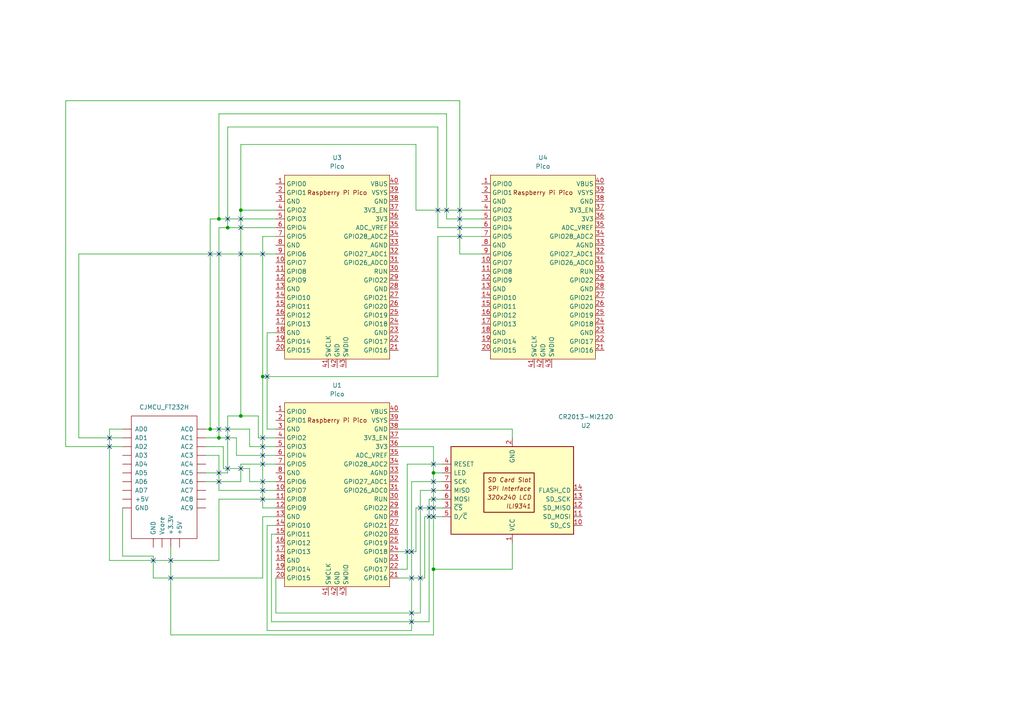
<source format=kicad_sch>
(kicad_sch
	(version 20250114)
	(generator "eeschema")
	(generator_version "9.0")
	(uuid "f7ed557f-11c0-4ac8-9b9e-ac2f413f8d79")
	(paper "A4")
	(lib_symbols
		(symbol "Driver_Display:CR2013-MI2120"
			(pin_names
				(offset 0.762)
			)
			(exclude_from_sim no)
			(in_bom yes)
			(on_board yes)
			(property "Reference" "U"
				(at -17.526 13.97 0)
				(effects
					(font
						(size 1.27 1.27)
					)
					(justify left)
				)
			)
			(property "Value" "CR2013-MI2120"
				(at 1.905 13.97 0)
				(effects
					(font
						(size 1.27 1.27)
					)
					(justify left)
				)
			)
			(property "Footprint" "Display:CR2013-MI2120"
				(at 0 -17.78 0)
				(effects
					(font
						(size 1.27 1.27)
					)
					(hide yes)
				)
			)
			(property "Datasheet" "http://pan.baidu.com/s/11Y990"
				(at -16.51 12.7 0)
				(effects
					(font
						(size 1.27 1.27)
					)
					(hide yes)
				)
			)
			(property "Description" "ILI9341 controller, SPI TFT LCD Display, 9-pin breakout PCB, 4-pin SD card interface, 5V/3.3V"
				(at 0 0 0)
				(effects
					(font
						(size 1.27 1.27)
					)
					(hide yes)
				)
			)
			(property "ki_keywords" "driver display"
				(at 0 0 0)
				(effects
					(font
						(size 1.27 1.27)
					)
					(hide yes)
				)
			)
			(property "ki_fp_filters" "*CR2013*MI2120*"
				(at 0 0 0)
				(effects
					(font
						(size 1.27 1.27)
					)
					(hide yes)
				)
			)
			(symbol "CR2013-MI2120_0_0"
				(text "ILI9341"
					(at -5.461 4.572 0)
					(effects
						(font
							(size 1.27 1.27)
							(italic yes)
						)
						(justify left)
					)
				)
				(text "SPI Interface"
					(at -5.461 -0.508 0)
					(effects
						(font
							(size 1.27 1.27)
							(italic yes)
						)
						(justify left)
					)
				)
				(text "SD Card Slot"
					(at -5.461 -3.048 0)
					(effects
						(font
							(size 1.27 1.27)
							(italic yes)
						)
						(justify left)
					)
				)
				(text "320x240 LCD"
					(at 0.889 2.032 0)
					(effects
						(font
							(size 1.27 1.27)
							(italic yes)
						)
					)
				)
			)
			(symbol "CR2013-MI2120_0_1"
				(rectangle
					(start -17.78 12.7)
					(end 17.78 -12.7)
					(stroke
						(width 0.254)
						(type default)
					)
					(fill
						(type background)
					)
				)
				(rectangle
					(start -6.35 6.35)
					(end 8.255 -5.08)
					(stroke
						(width 0.254)
						(type default)
					)
					(fill
						(type none)
					)
				)
			)
			(symbol "CR2013-MI2120_1_1"
				(pin input line
					(at -20.32 10.16 0)
					(length 2.54)
					(name "SD_CS"
						(effects
							(font
								(size 1.27 1.27)
							)
						)
					)
					(number "10"
						(effects
							(font
								(size 1.27 1.27)
							)
						)
					)
				)
				(pin input line
					(at -20.32 7.62 0)
					(length 2.54)
					(name "SD_MOSI"
						(effects
							(font
								(size 1.27 1.27)
							)
						)
					)
					(number "11"
						(effects
							(font
								(size 1.27 1.27)
							)
						)
					)
				)
				(pin output line
					(at -20.32 5.08 0)
					(length 2.54)
					(name "SD_MISO"
						(effects
							(font
								(size 1.27 1.27)
							)
						)
					)
					(number "12"
						(effects
							(font
								(size 1.27 1.27)
							)
						)
					)
				)
				(pin input line
					(at -20.32 2.54 0)
					(length 2.54)
					(name "SD_SCK"
						(effects
							(font
								(size 1.27 1.27)
							)
						)
					)
					(number "13"
						(effects
							(font
								(size 1.27 1.27)
							)
						)
					)
				)
				(pin input line
					(at -20.32 0 0)
					(length 2.54)
					(name "FLASH_CD"
						(effects
							(font
								(size 1.27 1.27)
							)
						)
					)
					(number "14"
						(effects
							(font
								(size 1.27 1.27)
							)
						)
					)
				)
				(pin power_in line
					(at 0 15.24 270)
					(length 2.54)
					(name "VCC"
						(effects
							(font
								(size 1.27 1.27)
							)
						)
					)
					(number "1"
						(effects
							(font
								(size 1.27 1.27)
							)
						)
					)
				)
				(pin power_in line
					(at 0 -15.24 90)
					(length 2.54)
					(name "GND"
						(effects
							(font
								(size 1.27 1.27)
							)
						)
					)
					(number "2"
						(effects
							(font
								(size 1.27 1.27)
							)
						)
					)
				)
				(pin input line
					(at 20.32 7.62 180)
					(length 2.54)
					(name "D/~{C}"
						(effects
							(font
								(size 1.27 1.27)
							)
						)
					)
					(number "5"
						(effects
							(font
								(size 1.27 1.27)
							)
						)
					)
				)
				(pin input line
					(at 20.32 5.08 180)
					(length 2.54)
					(name "~{CS}"
						(effects
							(font
								(size 1.27 1.27)
							)
						)
					)
					(number "3"
						(effects
							(font
								(size 1.27 1.27)
							)
						)
					)
				)
				(pin input line
					(at 20.32 2.54 180)
					(length 2.54)
					(name "MOSI"
						(effects
							(font
								(size 1.27 1.27)
							)
						)
					)
					(number "6"
						(effects
							(font
								(size 1.27 1.27)
							)
						)
					)
				)
				(pin output line
					(at 20.32 0 180)
					(length 2.54)
					(name "MISO"
						(effects
							(font
								(size 1.27 1.27)
							)
						)
					)
					(number "9"
						(effects
							(font
								(size 1.27 1.27)
							)
						)
					)
				)
				(pin input line
					(at 20.32 -2.54 180)
					(length 2.54)
					(name "SCK"
						(effects
							(font
								(size 1.27 1.27)
							)
						)
					)
					(number "7"
						(effects
							(font
								(size 1.27 1.27)
							)
						)
					)
				)
				(pin input line
					(at 20.32 -5.08 180)
					(length 2.54)
					(name "LED"
						(effects
							(font
								(size 1.27 1.27)
							)
						)
					)
					(number "8"
						(effects
							(font
								(size 1.27 1.27)
							)
						)
					)
				)
				(pin input line
					(at 20.32 -7.62 180)
					(length 2.54)
					(name "RESET"
						(effects
							(font
								(size 1.27 1.27)
							)
						)
					)
					(number "4"
						(effects
							(font
								(size 1.27 1.27)
							)
						)
					)
				)
			)
			(embedded_fonts no)
		)
		(symbol "MCU_RaspberryPi_and_Boards:Pico"
			(exclude_from_sim no)
			(in_bom yes)
			(on_board yes)
			(property "Reference" "U"
				(at -13.97 27.94 0)
				(effects
					(font
						(size 1.27 1.27)
					)
				)
			)
			(property "Value" "Pico"
				(at 0 19.05 0)
				(effects
					(font
						(size 1.27 1.27)
					)
				)
			)
			(property "Footprint" "RPi_Pico:RPi_Pico_SMD_TH"
				(at 0 0 90)
				(effects
					(font
						(size 1.27 1.27)
					)
					(hide yes)
				)
			)
			(property "Datasheet" ""
				(at 0 0 0)
				(effects
					(font
						(size 1.27 1.27)
					)
					(hide yes)
				)
			)
			(property "Description" ""
				(at 0 0 0)
				(effects
					(font
						(size 1.27 1.27)
					)
					(hide yes)
				)
			)
			(symbol "Pico_0_0"
				(text "Raspberry Pi Pico"
					(at 0 21.59 0)
					(effects
						(font
							(size 1.27 1.27)
						)
					)
				)
			)
			(symbol "Pico_0_1"
				(rectangle
					(start -15.24 26.67)
					(end 15.24 -26.67)
					(stroke
						(width 0)
						(type default)
					)
					(fill
						(type background)
					)
				)
			)
			(symbol "Pico_1_1"
				(pin bidirectional line
					(at -17.78 24.13 0)
					(length 2.54)
					(name "GPIO0"
						(effects
							(font
								(size 1.27 1.27)
							)
						)
					)
					(number "1"
						(effects
							(font
								(size 1.27 1.27)
							)
						)
					)
				)
				(pin bidirectional line
					(at -17.78 21.59 0)
					(length 2.54)
					(name "GPIO1"
						(effects
							(font
								(size 1.27 1.27)
							)
						)
					)
					(number "2"
						(effects
							(font
								(size 1.27 1.27)
							)
						)
					)
				)
				(pin power_in line
					(at -17.78 19.05 0)
					(length 2.54)
					(name "GND"
						(effects
							(font
								(size 1.27 1.27)
							)
						)
					)
					(number "3"
						(effects
							(font
								(size 1.27 1.27)
							)
						)
					)
				)
				(pin bidirectional line
					(at -17.78 16.51 0)
					(length 2.54)
					(name "GPIO2"
						(effects
							(font
								(size 1.27 1.27)
							)
						)
					)
					(number "4"
						(effects
							(font
								(size 1.27 1.27)
							)
						)
					)
				)
				(pin bidirectional line
					(at -17.78 13.97 0)
					(length 2.54)
					(name "GPIO3"
						(effects
							(font
								(size 1.27 1.27)
							)
						)
					)
					(number "5"
						(effects
							(font
								(size 1.27 1.27)
							)
						)
					)
				)
				(pin bidirectional line
					(at -17.78 11.43 0)
					(length 2.54)
					(name "GPIO4"
						(effects
							(font
								(size 1.27 1.27)
							)
						)
					)
					(number "6"
						(effects
							(font
								(size 1.27 1.27)
							)
						)
					)
				)
				(pin bidirectional line
					(at -17.78 8.89 0)
					(length 2.54)
					(name "GPIO5"
						(effects
							(font
								(size 1.27 1.27)
							)
						)
					)
					(number "7"
						(effects
							(font
								(size 1.27 1.27)
							)
						)
					)
				)
				(pin power_in line
					(at -17.78 6.35 0)
					(length 2.54)
					(name "GND"
						(effects
							(font
								(size 1.27 1.27)
							)
						)
					)
					(number "8"
						(effects
							(font
								(size 1.27 1.27)
							)
						)
					)
				)
				(pin bidirectional line
					(at -17.78 3.81 0)
					(length 2.54)
					(name "GPIO6"
						(effects
							(font
								(size 1.27 1.27)
							)
						)
					)
					(number "9"
						(effects
							(font
								(size 1.27 1.27)
							)
						)
					)
				)
				(pin bidirectional line
					(at -17.78 1.27 0)
					(length 2.54)
					(name "GPIO7"
						(effects
							(font
								(size 1.27 1.27)
							)
						)
					)
					(number "10"
						(effects
							(font
								(size 1.27 1.27)
							)
						)
					)
				)
				(pin bidirectional line
					(at -17.78 -1.27 0)
					(length 2.54)
					(name "GPIO8"
						(effects
							(font
								(size 1.27 1.27)
							)
						)
					)
					(number "11"
						(effects
							(font
								(size 1.27 1.27)
							)
						)
					)
				)
				(pin bidirectional line
					(at -17.78 -3.81 0)
					(length 2.54)
					(name "GPIO9"
						(effects
							(font
								(size 1.27 1.27)
							)
						)
					)
					(number "12"
						(effects
							(font
								(size 1.27 1.27)
							)
						)
					)
				)
				(pin power_in line
					(at -17.78 -6.35 0)
					(length 2.54)
					(name "GND"
						(effects
							(font
								(size 1.27 1.27)
							)
						)
					)
					(number "13"
						(effects
							(font
								(size 1.27 1.27)
							)
						)
					)
				)
				(pin bidirectional line
					(at -17.78 -8.89 0)
					(length 2.54)
					(name "GPIO10"
						(effects
							(font
								(size 1.27 1.27)
							)
						)
					)
					(number "14"
						(effects
							(font
								(size 1.27 1.27)
							)
						)
					)
				)
				(pin bidirectional line
					(at -17.78 -11.43 0)
					(length 2.54)
					(name "GPIO11"
						(effects
							(font
								(size 1.27 1.27)
							)
						)
					)
					(number "15"
						(effects
							(font
								(size 1.27 1.27)
							)
						)
					)
				)
				(pin bidirectional line
					(at -17.78 -13.97 0)
					(length 2.54)
					(name "GPIO12"
						(effects
							(font
								(size 1.27 1.27)
							)
						)
					)
					(number "16"
						(effects
							(font
								(size 1.27 1.27)
							)
						)
					)
				)
				(pin bidirectional line
					(at -17.78 -16.51 0)
					(length 2.54)
					(name "GPIO13"
						(effects
							(font
								(size 1.27 1.27)
							)
						)
					)
					(number "17"
						(effects
							(font
								(size 1.27 1.27)
							)
						)
					)
				)
				(pin power_in line
					(at -17.78 -19.05 0)
					(length 2.54)
					(name "GND"
						(effects
							(font
								(size 1.27 1.27)
							)
						)
					)
					(number "18"
						(effects
							(font
								(size 1.27 1.27)
							)
						)
					)
				)
				(pin bidirectional line
					(at -17.78 -21.59 0)
					(length 2.54)
					(name "GPIO14"
						(effects
							(font
								(size 1.27 1.27)
							)
						)
					)
					(number "19"
						(effects
							(font
								(size 1.27 1.27)
							)
						)
					)
				)
				(pin bidirectional line
					(at -17.78 -24.13 0)
					(length 2.54)
					(name "GPIO15"
						(effects
							(font
								(size 1.27 1.27)
							)
						)
					)
					(number "20"
						(effects
							(font
								(size 1.27 1.27)
							)
						)
					)
				)
				(pin input line
					(at -2.54 -29.21 90)
					(length 2.54)
					(name "SWCLK"
						(effects
							(font
								(size 1.27 1.27)
							)
						)
					)
					(number "41"
						(effects
							(font
								(size 1.27 1.27)
							)
						)
					)
				)
				(pin power_in line
					(at 0 -29.21 90)
					(length 2.54)
					(name "GND"
						(effects
							(font
								(size 1.27 1.27)
							)
						)
					)
					(number "42"
						(effects
							(font
								(size 1.27 1.27)
							)
						)
					)
				)
				(pin bidirectional line
					(at 2.54 -29.21 90)
					(length 2.54)
					(name "SWDIO"
						(effects
							(font
								(size 1.27 1.27)
							)
						)
					)
					(number "43"
						(effects
							(font
								(size 1.27 1.27)
							)
						)
					)
				)
				(pin power_in line
					(at 17.78 24.13 180)
					(length 2.54)
					(name "VBUS"
						(effects
							(font
								(size 1.27 1.27)
							)
						)
					)
					(number "40"
						(effects
							(font
								(size 1.27 1.27)
							)
						)
					)
				)
				(pin power_in line
					(at 17.78 21.59 180)
					(length 2.54)
					(name "VSYS"
						(effects
							(font
								(size 1.27 1.27)
							)
						)
					)
					(number "39"
						(effects
							(font
								(size 1.27 1.27)
							)
						)
					)
				)
				(pin bidirectional line
					(at 17.78 19.05 180)
					(length 2.54)
					(name "GND"
						(effects
							(font
								(size 1.27 1.27)
							)
						)
					)
					(number "38"
						(effects
							(font
								(size 1.27 1.27)
							)
						)
					)
				)
				(pin input line
					(at 17.78 16.51 180)
					(length 2.54)
					(name "3V3_EN"
						(effects
							(font
								(size 1.27 1.27)
							)
						)
					)
					(number "37"
						(effects
							(font
								(size 1.27 1.27)
							)
						)
					)
				)
				(pin power_in line
					(at 17.78 13.97 180)
					(length 2.54)
					(name "3V3"
						(effects
							(font
								(size 1.27 1.27)
							)
						)
					)
					(number "36"
						(effects
							(font
								(size 1.27 1.27)
							)
						)
					)
				)
				(pin power_in line
					(at 17.78 11.43 180)
					(length 2.54)
					(name "ADC_VREF"
						(effects
							(font
								(size 1.27 1.27)
							)
						)
					)
					(number "35"
						(effects
							(font
								(size 1.27 1.27)
							)
						)
					)
				)
				(pin bidirectional line
					(at 17.78 8.89 180)
					(length 2.54)
					(name "GPIO28_ADC2"
						(effects
							(font
								(size 1.27 1.27)
							)
						)
					)
					(number "34"
						(effects
							(font
								(size 1.27 1.27)
							)
						)
					)
				)
				(pin power_in line
					(at 17.78 6.35 180)
					(length 2.54)
					(name "AGND"
						(effects
							(font
								(size 1.27 1.27)
							)
						)
					)
					(number "33"
						(effects
							(font
								(size 1.27 1.27)
							)
						)
					)
				)
				(pin bidirectional line
					(at 17.78 3.81 180)
					(length 2.54)
					(name "GPIO27_ADC1"
						(effects
							(font
								(size 1.27 1.27)
							)
						)
					)
					(number "32"
						(effects
							(font
								(size 1.27 1.27)
							)
						)
					)
				)
				(pin bidirectional line
					(at 17.78 1.27 180)
					(length 2.54)
					(name "GPIO26_ADC0"
						(effects
							(font
								(size 1.27 1.27)
							)
						)
					)
					(number "31"
						(effects
							(font
								(size 1.27 1.27)
							)
						)
					)
				)
				(pin input line
					(at 17.78 -1.27 180)
					(length 2.54)
					(name "RUN"
						(effects
							(font
								(size 1.27 1.27)
							)
						)
					)
					(number "30"
						(effects
							(font
								(size 1.27 1.27)
							)
						)
					)
				)
				(pin bidirectional line
					(at 17.78 -3.81 180)
					(length 2.54)
					(name "GPIO22"
						(effects
							(font
								(size 1.27 1.27)
							)
						)
					)
					(number "29"
						(effects
							(font
								(size 1.27 1.27)
							)
						)
					)
				)
				(pin power_in line
					(at 17.78 -6.35 180)
					(length 2.54)
					(name "GND"
						(effects
							(font
								(size 1.27 1.27)
							)
						)
					)
					(number "28"
						(effects
							(font
								(size 1.27 1.27)
							)
						)
					)
				)
				(pin bidirectional line
					(at 17.78 -8.89 180)
					(length 2.54)
					(name "GPIO21"
						(effects
							(font
								(size 1.27 1.27)
							)
						)
					)
					(number "27"
						(effects
							(font
								(size 1.27 1.27)
							)
						)
					)
				)
				(pin bidirectional line
					(at 17.78 -11.43 180)
					(length 2.54)
					(name "GPIO20"
						(effects
							(font
								(size 1.27 1.27)
							)
						)
					)
					(number "26"
						(effects
							(font
								(size 1.27 1.27)
							)
						)
					)
				)
				(pin bidirectional line
					(at 17.78 -13.97 180)
					(length 2.54)
					(name "GPIO19"
						(effects
							(font
								(size 1.27 1.27)
							)
						)
					)
					(number "25"
						(effects
							(font
								(size 1.27 1.27)
							)
						)
					)
				)
				(pin bidirectional line
					(at 17.78 -16.51 180)
					(length 2.54)
					(name "GPIO18"
						(effects
							(font
								(size 1.27 1.27)
							)
						)
					)
					(number "24"
						(effects
							(font
								(size 1.27 1.27)
							)
						)
					)
				)
				(pin power_in line
					(at 17.78 -19.05 180)
					(length 2.54)
					(name "GND"
						(effects
							(font
								(size 1.27 1.27)
							)
						)
					)
					(number "23"
						(effects
							(font
								(size 1.27 1.27)
							)
						)
					)
				)
				(pin bidirectional line
					(at 17.78 -21.59 180)
					(length 2.54)
					(name "GPIO17"
						(effects
							(font
								(size 1.27 1.27)
							)
						)
					)
					(number "22"
						(effects
							(font
								(size 1.27 1.27)
							)
						)
					)
				)
				(pin bidirectional line
					(at 17.78 -24.13 180)
					(length 2.54)
					(name "GPIO16"
						(effects
							(font
								(size 1.27 1.27)
							)
						)
					)
					(number "21"
						(effects
							(font
								(size 1.27 1.27)
							)
						)
					)
				)
			)
			(embedded_fonts no)
		)
		(symbol "cjmcu_ft232h:CJMCU_FT232H"
			(pin_names
				(offset 1.016)
			)
			(exclude_from_sim no)
			(in_bom yes)
			(on_board yes)
			(property "Reference" "CJMCU_FT232"
				(at 11.43 -16.51 90)
				(effects
					(font
						(size 1.27 1.27)
					)
					(hide yes)
				)
			)
			(property "Value" "CJMCU_FT232H"
				(at 11.43 2.54 0)
				(effects
					(font
						(size 1.27 1.27)
					)
				)
			)
			(property "Footprint" ""
				(at 0 0 0)
				(effects
					(font
						(size 1.27 1.27)
					)
					(hide yes)
				)
			)
			(property "Datasheet" ""
				(at 0 0 0)
				(effects
					(font
						(size 1.27 1.27)
					)
					(hide yes)
				)
			)
			(property "Description" ""
				(at 0 0 0)
				(effects
					(font
						(size 1.27 1.27)
					)
					(hide yes)
				)
			)
			(symbol "CJMCU_FT232H_0_1"
				(polyline
					(pts
						(xy 2.54 -2.54) (xy 2.54 -36.83) (xy 21.59 -36.83) (xy 21.59 -1.27) (xy 2.54 -1.27) (xy 2.54 -3.81)
					)
					(stroke
						(width 0)
						(type solid)
					)
					(fill
						(type none)
					)
				)
			)
			(symbol "CJMCU_FT232H_1_1"
				(pin output line
					(at 0 -5.08 0)
					(length 2.54)
					(name "AD0"
						(effects
							(font
								(size 1.27 1.27)
							)
						)
					)
					(number "AD0"
						(effects
							(font
								(size 0 0)
							)
						)
					)
				)
				(pin output line
					(at 0 -7.62 0)
					(length 2.54)
					(name "AD1"
						(effects
							(font
								(size 1.27 1.27)
							)
						)
					)
					(number "AD1"
						(effects
							(font
								(size 0 0)
							)
						)
					)
				)
				(pin output line
					(at 0 -10.16 0)
					(length 2.54)
					(name "AD2"
						(effects
							(font
								(size 1.27 1.27)
							)
						)
					)
					(number "AD2"
						(effects
							(font
								(size 0 0)
							)
						)
					)
				)
				(pin output line
					(at 0 -12.7 0)
					(length 2.54)
					(name "AD3"
						(effects
							(font
								(size 1.27 1.27)
							)
						)
					)
					(number "AD3"
						(effects
							(font
								(size 0 0)
							)
						)
					)
				)
				(pin output line
					(at 0 -15.24 0)
					(length 2.54)
					(name "AD4"
						(effects
							(font
								(size 1.27 1.27)
							)
						)
					)
					(number "AD4"
						(effects
							(font
								(size 0 0)
							)
						)
					)
				)
				(pin output line
					(at 0 -17.78 0)
					(length 2.54)
					(name "AD5"
						(effects
							(font
								(size 1.27 1.27)
							)
						)
					)
					(number "AD5"
						(effects
							(font
								(size 0 0)
							)
						)
					)
				)
				(pin output line
					(at 0 -20.32 0)
					(length 2.54)
					(name "AD6"
						(effects
							(font
								(size 1.27 1.27)
							)
						)
					)
					(number "AD6"
						(effects
							(font
								(size 0 0)
							)
						)
					)
				)
				(pin output line
					(at 0 -22.86 0)
					(length 2.54)
					(name "AD7"
						(effects
							(font
								(size 1.27 1.27)
							)
						)
					)
					(number "AD7"
						(effects
							(font
								(size 0 0)
							)
						)
					)
				)
				(pin output line
					(at 0 -25.4 0)
					(length 2.54)
					(name "+5V"
						(effects
							(font
								(size 1.27 1.27)
							)
						)
					)
					(number "+5V1"
						(effects
							(font
								(size 0 0)
							)
						)
					)
				)
				(pin output line
					(at 0 -27.94 0)
					(length 2.54)
					(name "GND"
						(effects
							(font
								(size 1.27 1.27)
							)
						)
					)
					(number "GND1"
						(effects
							(font
								(size 0 0)
							)
						)
					)
				)
				(pin output line
					(at 8.89 -39.37 90)
					(length 2.54)
					(name "GND"
						(effects
							(font
								(size 1.27 1.27)
							)
						)
					)
					(number "GND2"
						(effects
							(font
								(size 0 0)
							)
						)
					)
				)
				(pin output line
					(at 11.43 -39.37 90)
					(length 2.54)
					(name "Vcore"
						(effects
							(font
								(size 1.27 1.27)
							)
						)
					)
					(number "Vcore"
						(effects
							(font
								(size 0 0)
							)
						)
					)
				)
				(pin output line
					(at 13.97 -39.37 90)
					(length 2.54)
					(name "+3.3V"
						(effects
							(font
								(size 1.27 1.27)
							)
						)
					)
					(number "+3.3V"
						(effects
							(font
								(size 0 0)
							)
						)
					)
				)
				(pin output line
					(at 16.51 -39.37 90)
					(length 2.54)
					(name "+5V"
						(effects
							(font
								(size 1.27 1.27)
							)
						)
					)
					(number "+5V2"
						(effects
							(font
								(size 0 0)
							)
						)
					)
				)
				(pin output line
					(at 24.13 -5.08 180)
					(length 2.54)
					(name "AC0"
						(effects
							(font
								(size 1.27 1.27)
							)
						)
					)
					(number "AC0"
						(effects
							(font
								(size 0 0)
							)
						)
					)
				)
				(pin output line
					(at 24.13 -7.62 180)
					(length 2.54)
					(name "AC1"
						(effects
							(font
								(size 1.27 1.27)
							)
						)
					)
					(number "AC1"
						(effects
							(font
								(size 0 0)
							)
						)
					)
				)
				(pin output line
					(at 24.13 -10.16 180)
					(length 2.54)
					(name "AC2"
						(effects
							(font
								(size 1.27 1.27)
							)
						)
					)
					(number "AC2"
						(effects
							(font
								(size 0 0)
							)
						)
					)
				)
				(pin output line
					(at 24.13 -12.7 180)
					(length 2.54)
					(name "AC3"
						(effects
							(font
								(size 1.27 1.27)
							)
						)
					)
					(number "AC3"
						(effects
							(font
								(size 0 0)
							)
						)
					)
				)
				(pin output line
					(at 24.13 -15.24 180)
					(length 2.54)
					(name "AC4"
						(effects
							(font
								(size 1.27 1.27)
							)
						)
					)
					(number "AC4"
						(effects
							(font
								(size 0 0)
							)
						)
					)
				)
				(pin output line
					(at 24.13 -17.78 180)
					(length 2.54)
					(name "AC5"
						(effects
							(font
								(size 1.27 1.27)
							)
						)
					)
					(number "AC5"
						(effects
							(font
								(size 0 0)
							)
						)
					)
				)
				(pin output line
					(at 24.13 -20.32 180)
					(length 2.54)
					(name "AC6"
						(effects
							(font
								(size 1.27 1.27)
							)
						)
					)
					(number "AC6"
						(effects
							(font
								(size 0 0)
							)
						)
					)
				)
				(pin output line
					(at 24.13 -22.86 180)
					(length 2.54)
					(name "AC7"
						(effects
							(font
								(size 1.27 1.27)
							)
						)
					)
					(number "AC7"
						(effects
							(font
								(size 0 0)
							)
						)
					)
				)
				(pin output line
					(at 24.13 -25.4 180)
					(length 2.54)
					(name "AC8"
						(effects
							(font
								(size 1.27 1.27)
							)
						)
					)
					(number "AC8"
						(effects
							(font
								(size 0 0)
							)
						)
					)
				)
				(pin output line
					(at 24.13 -27.94 180)
					(length 2.54)
					(name "AC9"
						(effects
							(font
								(size 1.27 1.27)
							)
						)
					)
					(number "AC9"
						(effects
							(font
								(size 0 0)
							)
						)
					)
				)
			)
			(embedded_fonts no)
		)
	)
	(junction
		(at 69.85 120.65)
		(diameter 0)
		(color 0 0 0 0)
		(uuid "076def4a-e9b6-498f-92d8-f7b968bce11f")
	)
	(junction
		(at 125.73 137.16)
		(diameter 0)
		(color 0 0 0 0)
		(uuid "4b5106da-4521-4dce-bc83-5d4ca0aa0123")
	)
	(junction
		(at 60.96 124.46)
		(diameter 0)
		(color 0 0 0 0)
		(uuid "6bcff3bd-ee0c-4777-b388-360314940903")
	)
	(junction
		(at 63.5 63.5)
		(diameter 0)
		(color 0 0 0 0)
		(uuid "a9b35a95-0c5f-469d-8a7f-0ed38cbd659c")
	)
	(junction
		(at 125.73 165.1)
		(diameter 0)
		(color 0 0 0 0)
		(uuid "c331469e-6e43-468c-99ad-02abe819cca9")
	)
	(junction
		(at 76.2 109.22)
		(diameter 0)
		(color 0 0 0 0)
		(uuid "c6bfd6bf-6813-4af5-a467-1de1ad3842b4")
	)
	(junction
		(at 66.04 66.04)
		(diameter 0)
		(color 0 0 0 0)
		(uuid "cdd93268-f88b-4ac3-9560-da97cd3e48ed")
	)
	(junction
		(at 63.5 127)
		(diameter 0)
		(color 0 0 0 0)
		(uuid "eae7316e-133a-4ba5-a0fc-8bf46997a2a6")
	)
	(junction
		(at 69.85 60.96)
		(diameter 0)
		(color 0 0 0 0)
		(uuid "ffcbb340-8d1e-40c1-80a7-489802c430a1")
	)
	(no_connect
		(at 69.85 66.04)
		(uuid "0c569cea-7fc0-41c0-8325-ebf26dbfc8da")
	)
	(no_connect
		(at 118.11 160.02)
		(uuid "0ca1909f-5bae-4766-aa37-f01c91d78ec3")
	)
	(no_connect
		(at 76.2 134.62)
		(uuid "0fe3e562-6d76-414b-ae81-b23cbb585bc7")
	)
	(no_connect
		(at 77.47 109.22)
		(uuid "214ac92e-416f-4ebd-9e8b-39da1594cdf8")
	)
	(no_connect
		(at 76.2 127)
		(uuid "23c27828-129b-4535-a6ac-d382008ad08f")
	)
	(no_connect
		(at 69.85 135.89)
		(uuid "252491b8-3006-43cb-8370-9a83737e32ef")
	)
	(no_connect
		(at 66.04 127)
		(uuid "27d3ac8b-7f3d-4577-9e3f-6ced8c2117f1")
	)
	(no_connect
		(at 133.35 68.58)
		(uuid "28186024-506c-465b-8123-6b256eec66a0")
	)
	(no_connect
		(at 121.92 167.64)
		(uuid "28ee3ba9-0c18-4ef2-acaf-fe4fea3305da")
	)
	(no_connect
		(at 133.35 60.96)
		(uuid "2c833e41-f5c4-4bca-a326-961fe4be8024")
	)
	(no_connect
		(at 69.85 63.5)
		(uuid "35234e29-7cad-4fed-86c3-122dcda90ccd")
	)
	(no_connect
		(at 76.2 73.66)
		(uuid "367df325-8151-4349-94a5-cdf81ec7f4e1")
	)
	(no_connect
		(at 133.35 63.5)
		(uuid "45c9c91a-58c3-4292-a596-ac2d5c9e6450")
	)
	(no_connect
		(at 127 60.96)
		(uuid "48457e70-bd43-4a79-a9a9-c7b648981f1e")
	)
	(no_connect
		(at 125.73 149.86)
		(uuid "51c40d72-5e37-4de3-8b6d-691b9040e7f6")
	)
	(no_connect
		(at 76.2 139.7)
		(uuid "5b4d3152-bb10-4fba-9d90-ce2b824eb969")
	)
	(no_connect
		(at 125.73 144.78)
		(uuid "5f792f36-c285-45db-8eb5-94ec5575719b")
	)
	(no_connect
		(at 119.38 167.64)
		(uuid "613b193d-ba6e-4bf5-9ea6-267e0768c1b9")
	)
	(no_connect
		(at 121.92 147.32)
		(uuid "6ee41647-2687-416a-9b17-4346717fac3e")
	)
	(no_connect
		(at 44.45 162.56)
		(uuid "741f2529-8776-44df-a36f-14c5a255f359")
	)
	(no_connect
		(at 76.2 129.54)
		(uuid "76693b34-e767-48e9-aa8f-3f79f7e370a1")
	)
	(no_connect
		(at 125.73 147.32)
		(uuid "7b09c88b-a545-4a8f-b644-ea5eecac1c07")
	)
	(no_connect
		(at 133.35 66.04)
		(uuid "82962cc5-2560-4aee-9e8d-6ef53f328272")
	)
	(no_connect
		(at 63.5 124.46)
		(uuid "8b6e3537-8b64-49ab-908b-e90c9f9efe95")
	)
	(no_connect
		(at 125.73 142.24)
		(uuid "8cb31d72-974b-4df9-9adc-7c2cb4b6a153")
	)
	(no_connect
		(at 124.46 147.32)
		(uuid "8cef5e15-28eb-439f-80f4-c0361580f01a")
	)
	(no_connect
		(at 63.5 137.16)
		(uuid "8d83ef2c-0294-4694-9a34-f4e656f1b2ca")
	)
	(no_connect
		(at 76.2 144.78)
		(uuid "92b00dc4-dc2f-43d8-95f4-4336bcc476e9")
	)
	(no_connect
		(at 66.04 63.5)
		(uuid "944ca95d-c6e4-4080-976a-428d62d7403e")
	)
	(no_connect
		(at 76.2 142.24)
		(uuid "96dd6136-cc6e-4b19-9e6e-83085e5e9fd7")
	)
	(no_connect
		(at 119.38 180.34)
		(uuid "9e4425b7-c5e7-4d96-b9d5-2426ec27b8ad")
	)
	(no_connect
		(at 66.04 135.89)
		(uuid "9e7662a6-955c-41d1-ab75-bffb2de88ad9")
	)
	(no_connect
		(at 69.85 73.66)
		(uuid "bfc61631-2177-4941-bf1c-37db7771fca9")
	)
	(no_connect
		(at 119.38 160.02)
		(uuid "c7b1bc44-6e6d-41d9-a6e5-b8e4f39e8b6e")
	)
	(no_connect
		(at 124.46 149.86)
		(uuid "cc999681-5b1c-42e0-8792-9736f9145e24")
	)
	(no_connect
		(at 76.2 132.08)
		(uuid "ce0b686e-3cf0-4daf-b668-d43ce9f63dc6")
	)
	(no_connect
		(at 31.75 129.54)
		(uuid "ce8bb1e2-d902-4e1b-b838-09cff0bc8b31")
	)
	(no_connect
		(at 66.04 124.46)
		(uuid "cf228c3c-37e2-48c7-80a5-12a02b620531")
	)
	(no_connect
		(at 60.96 73.66)
		(uuid "d8de0182-ff1a-4269-9d47-5f01418656a8")
	)
	(no_connect
		(at 125.73 139.7)
		(uuid "d940e78c-2ce7-490b-a4ab-cdf7e3260538")
	)
	(no_connect
		(at 31.75 127)
		(uuid "d942f804-3646-486b-af5c-13bad56e3ce8")
	)
	(no_connect
		(at 49.53 162.56)
		(uuid "e2b9854b-0c0d-48b9-b8b2-686abcc9ad33")
	)
	(no_connect
		(at 119.38 177.8)
		(uuid "e95199f4-d612-403b-b826-1802aca004db")
	)
	(no_connect
		(at 129.54 60.96)
		(uuid "eb87a066-b2c2-4fbc-80d6-347e97abab8b")
	)
	(no_connect
		(at 63.5 139.7)
		(uuid "ec465804-3605-4d1d-838e-6f90c647204e")
	)
	(no_connect
		(at 63.5 73.66)
		(uuid "f297b7e9-417d-4d5d-a3a0-03965246bd61")
	)
	(no_connect
		(at 125.73 134.62)
		(uuid "f37560ae-b101-4cd6-83c3-8ea6c911f3d2")
	)
	(no_connect
		(at 49.53 167.64)
		(uuid "ff9ffaf6-a0c6-4dfe-88ea-ef46f9bc3913")
	)
	(wire
		(pts
			(xy 76.2 109.22) (xy 127 109.22)
		)
		(stroke
			(width 0)
			(type default)
		)
		(uuid "03a16310-6886-4357-8845-312858ba1914")
	)
	(wire
		(pts
			(xy 127 109.22) (xy 127 68.58)
		)
		(stroke
			(width 0)
			(type default)
		)
		(uuid "05cc6e20-2aa4-402c-ad58-2adc3f4d75f7")
	)
	(wire
		(pts
			(xy 120.65 41.91) (xy 120.65 60.96)
		)
		(stroke
			(width 0)
			(type default)
		)
		(uuid "0698ec58-c32c-4c62-9407-f4dc86bfd977")
	)
	(wire
		(pts
			(xy 35.56 127) (xy 22.86 127)
		)
		(stroke
			(width 0)
			(type default)
		)
		(uuid "06d368d4-a96e-49dc-b97f-69689a1aa684")
	)
	(wire
		(pts
			(xy 69.85 134.62) (xy 80.01 134.62)
		)
		(stroke
			(width 0)
			(type default)
		)
		(uuid "0b2edc0f-de49-47e4-849c-b5b6160711da")
	)
	(wire
		(pts
			(xy 127 66.04) (xy 139.7 66.04)
		)
		(stroke
			(width 0)
			(type default)
		)
		(uuid "0dfef6b3-58fc-4b92-84d4-1b4a61c4fc86")
	)
	(wire
		(pts
			(xy 59.69 124.46) (xy 60.96 124.46)
		)
		(stroke
			(width 0)
			(type default)
		)
		(uuid "0f6e915c-2ec1-4f78-a7af-e0c6f6e8a718")
	)
	(wire
		(pts
			(xy 63.5 127) (xy 63.5 66.04)
		)
		(stroke
			(width 0)
			(type default)
		)
		(uuid "11c2f9f0-4d3f-47c2-8e5a-746940dba241")
	)
	(wire
		(pts
			(xy 69.85 120.65) (xy 69.85 60.96)
		)
		(stroke
			(width 0)
			(type default)
		)
		(uuid "1948e822-01b7-4114-b59f-4b821c8cc008")
	)
	(wire
		(pts
			(xy 72.39 135.89) (xy 72.39 139.7)
		)
		(stroke
			(width 0)
			(type default)
		)
		(uuid "1a6b413f-20b5-4510-99cc-45fc4ec0128b")
	)
	(wire
		(pts
			(xy 76.2 109.22) (xy 76.2 68.58)
		)
		(stroke
			(width 0)
			(type default)
		)
		(uuid "1ba1b876-d8ea-4ddf-ae92-f5426581dfd4")
	)
	(wire
		(pts
			(xy 22.86 73.66) (xy 80.01 73.66)
		)
		(stroke
			(width 0)
			(type default)
		)
		(uuid "1cf55c9f-4e1e-4298-8357-d6c5700fedf9")
	)
	(wire
		(pts
			(xy 148.59 165.1) (xy 148.59 157.48)
		)
		(stroke
			(width 0)
			(type default)
		)
		(uuid "1dd01df6-3b7b-4af9-9e11-6cc025e55f34")
	)
	(wire
		(pts
			(xy 66.04 66.04) (xy 80.01 66.04)
		)
		(stroke
			(width 0)
			(type default)
		)
		(uuid "246fff15-d76c-4160-bf33-35b0380c9f9c")
	)
	(wire
		(pts
			(xy 63.5 142.24) (xy 80.01 142.24)
		)
		(stroke
			(width 0)
			(type default)
		)
		(uuid "26312997-c7b2-4b9a-bc03-afbed3b4fc14")
	)
	(wire
		(pts
			(xy 115.57 165.1) (xy 118.11 165.1)
		)
		(stroke
			(width 0)
			(type default)
		)
		(uuid "272ab754-8f18-4ba1-86a6-a2a8f7f64a0b")
	)
	(wire
		(pts
			(xy 76.2 147.32) (xy 76.2 109.22)
		)
		(stroke
			(width 0)
			(type default)
		)
		(uuid "29b9bbf9-23ac-403a-b616-ae4c2658870a")
	)
	(wire
		(pts
			(xy 31.75 162.56) (xy 63.5 162.56)
		)
		(stroke
			(width 0)
			(type default)
		)
		(uuid "2a53dc8e-e396-4365-8bf0-a6450554662c")
	)
	(wire
		(pts
			(xy 127 68.58) (xy 139.7 68.58)
		)
		(stroke
			(width 0)
			(type default)
		)
		(uuid "2cea969a-a006-4317-b41f-4e20bbc87e2b")
	)
	(wire
		(pts
			(xy 77.47 182.88) (xy 77.47 152.4)
		)
		(stroke
			(width 0)
			(type default)
		)
		(uuid "2e4b2f37-348f-42fe-83ad-9dc9f812ce55")
	)
	(wire
		(pts
			(xy 68.58 127) (xy 68.58 132.08)
		)
		(stroke
			(width 0)
			(type default)
		)
		(uuid "2e5ff40e-7864-4c7e-9cc7-bcbc52886ebf")
	)
	(wire
		(pts
			(xy 63.5 127) (xy 68.58 127)
		)
		(stroke
			(width 0)
			(type default)
		)
		(uuid "2f84a478-7c45-418a-b37b-8529fcdcec2d")
	)
	(wire
		(pts
			(xy 63.5 162.56) (xy 63.5 144.78)
		)
		(stroke
			(width 0)
			(type default)
		)
		(uuid "301002c5-f142-4af4-b080-a425175b19d4")
	)
	(wire
		(pts
			(xy 63.5 63.5) (xy 63.5 33.02)
		)
		(stroke
			(width 0)
			(type default)
		)
		(uuid "30806d63-c4fb-40c0-808b-22c4eaa20efb")
	)
	(wire
		(pts
			(xy 19.05 129.54) (xy 19.05 29.21)
		)
		(stroke
			(width 0)
			(type default)
		)
		(uuid "328f743d-2b49-480e-9685-8731a2b79335")
	)
	(wire
		(pts
			(xy 74.93 127) (xy 80.01 127)
		)
		(stroke
			(width 0)
			(type default)
		)
		(uuid "32fe516d-08e1-4672-9791-fc53e7d9264f")
	)
	(wire
		(pts
			(xy 31.75 124.46) (xy 31.75 162.56)
		)
		(stroke
			(width 0)
			(type default)
		)
		(uuid "340ba098-9cba-46e2-874e-f42edad505e8")
	)
	(wire
		(pts
			(xy 128.27 144.78) (xy 124.46 144.78)
		)
		(stroke
			(width 0)
			(type default)
		)
		(uuid "3481d41f-9133-4ed0-87d1-25b257e0d10b")
	)
	(wire
		(pts
			(xy 35.56 147.32) (xy 35.56 161.29)
		)
		(stroke
			(width 0)
			(type default)
		)
		(uuid "34aea43c-6704-4fa2-bc00-511461dfc864")
	)
	(wire
		(pts
			(xy 59.69 137.16) (xy 66.04 137.16)
		)
		(stroke
			(width 0)
			(type default)
		)
		(uuid "38ac0af6-885e-46df-94f6-5ba19731a916")
	)
	(wire
		(pts
			(xy 49.53 184.15) (xy 125.73 184.15)
		)
		(stroke
			(width 0)
			(type default)
		)
		(uuid "38ad68eb-9a75-4906-bd6d-c14df37f9dcd")
	)
	(wire
		(pts
			(xy 129.54 63.5) (xy 139.7 63.5)
		)
		(stroke
			(width 0)
			(type default)
		)
		(uuid "3a882a6a-5fe1-41c7-bbc3-4f01f53651e7")
	)
	(wire
		(pts
			(xy 35.56 129.54) (xy 19.05 129.54)
		)
		(stroke
			(width 0)
			(type default)
		)
		(uuid "3e3610ed-aaf1-4693-8898-eabcbbc08ca8")
	)
	(wire
		(pts
			(xy 76.2 167.64) (xy 76.2 149.86)
		)
		(stroke
			(width 0)
			(type default)
		)
		(uuid "3ede3635-a344-4c12-a707-fe0c75ddf15d")
	)
	(wire
		(pts
			(xy 115.57 129.54) (xy 125.73 129.54)
		)
		(stroke
			(width 0)
			(type default)
		)
		(uuid "41c8fcb4-c439-4a76-ae2e-6be965185e4c")
	)
	(wire
		(pts
			(xy 44.45 167.64) (xy 76.2 167.64)
		)
		(stroke
			(width 0)
			(type default)
		)
		(uuid "421c2793-9e47-49a0-84a7-15185c9b5865")
	)
	(wire
		(pts
			(xy 66.04 66.04) (xy 66.04 36.83)
		)
		(stroke
			(width 0)
			(type default)
		)
		(uuid "4722026a-3de4-4687-8c62-489297f4e3c5")
	)
	(wire
		(pts
			(xy 63.5 33.02) (xy 129.54 33.02)
		)
		(stroke
			(width 0)
			(type default)
		)
		(uuid "4ae083e8-3abb-4706-be8d-53dbe478c460")
	)
	(wire
		(pts
			(xy 78.74 180.34) (xy 78.74 154.94)
		)
		(stroke
			(width 0)
			(type default)
		)
		(uuid "4be3f5a8-b7dc-493f-87cc-9834c99f7795")
	)
	(wire
		(pts
			(xy 66.04 120.65) (xy 69.85 120.65)
		)
		(stroke
			(width 0)
			(type default)
		)
		(uuid "4da2642e-034f-4904-a591-50edfe8e2836")
	)
	(wire
		(pts
			(xy 68.58 132.08) (xy 80.01 132.08)
		)
		(stroke
			(width 0)
			(type default)
		)
		(uuid "507d9b54-c41c-49cb-a014-db26ebcf42cb")
	)
	(wire
		(pts
			(xy 121.92 177.8) (xy 80.01 177.8)
		)
		(stroke
			(width 0)
			(type default)
		)
		(uuid "5118d609-0c21-4a65-bbce-349e06d1be0c")
	)
	(wire
		(pts
			(xy 49.53 158.75) (xy 49.53 184.15)
		)
		(stroke
			(width 0)
			(type default)
		)
		(uuid "529917b1-a9c4-4481-8b91-89bdd74d5f53")
	)
	(wire
		(pts
			(xy 128.27 149.86) (xy 123.19 149.86)
		)
		(stroke
			(width 0)
			(type default)
		)
		(uuid "58f0a143-acbb-44c3-b91e-69955c5e909b")
	)
	(wire
		(pts
			(xy 118.11 134.62) (xy 128.27 134.62)
		)
		(stroke
			(width 0)
			(type default)
		)
		(uuid "59898bae-d407-4b61-adac-eb2b780ce5a9")
	)
	(wire
		(pts
			(xy 121.92 142.24) (xy 121.92 177.8)
		)
		(stroke
			(width 0)
			(type default)
		)
		(uuid "5c2ae852-ae46-4af9-9c12-1492aac549a2")
	)
	(wire
		(pts
			(xy 63.5 132.08) (xy 63.5 142.24)
		)
		(stroke
			(width 0)
			(type default)
		)
		(uuid "5c7f23cc-170b-4a86-8a52-8555097dc011")
	)
	(wire
		(pts
			(xy 19.05 29.21) (xy 133.35 29.21)
		)
		(stroke
			(width 0)
			(type default)
		)
		(uuid "5dcc2af4-00c7-4de7-8362-579753567c3e")
	)
	(wire
		(pts
			(xy 35.56 124.46) (xy 31.75 124.46)
		)
		(stroke
			(width 0)
			(type default)
		)
		(uuid "66460f43-59f0-474f-b3db-8edba6ab6920")
	)
	(wire
		(pts
			(xy 133.35 73.66) (xy 139.7 73.66)
		)
		(stroke
			(width 0)
			(type default)
		)
		(uuid "6d07b0f1-304f-4eeb-8b44-cca868447917")
	)
	(wire
		(pts
			(xy 22.86 127) (xy 22.86 73.66)
		)
		(stroke
			(width 0)
			(type default)
		)
		(uuid "6f8a9485-28bb-45da-a61d-d845cd8b6c8d")
	)
	(wire
		(pts
			(xy 69.85 139.7) (xy 69.85 134.62)
		)
		(stroke
			(width 0)
			(type default)
		)
		(uuid "7003fa9c-5237-4de9-9ed9-96ff092fbf7d")
	)
	(wire
		(pts
			(xy 115.57 124.46) (xy 148.59 124.46)
		)
		(stroke
			(width 0)
			(type default)
		)
		(uuid "71c10393-403e-4a80-a65b-84c161f455f7")
	)
	(wire
		(pts
			(xy 69.85 120.65) (xy 74.93 120.65)
		)
		(stroke
			(width 0)
			(type default)
		)
		(uuid "7619b915-470c-449d-8147-fa58f7d30d67")
	)
	(wire
		(pts
			(xy 64.77 135.89) (xy 72.39 135.89)
		)
		(stroke
			(width 0)
			(type default)
		)
		(uuid "77fe752e-bd50-48a7-ba9d-f1d9839fbba5")
	)
	(wire
		(pts
			(xy 128.27 142.24) (xy 121.92 142.24)
		)
		(stroke
			(width 0)
			(type default)
		)
		(uuid "783260ca-2014-4ad7-9588-a98c133b30ae")
	)
	(wire
		(pts
			(xy 78.74 154.94) (xy 80.01 154.94)
		)
		(stroke
			(width 0)
			(type default)
		)
		(uuid "7a0e9c4d-a9c8-4a8b-8569-938b8d68fece")
	)
	(wire
		(pts
			(xy 66.04 36.83) (xy 127 36.83)
		)
		(stroke
			(width 0)
			(type default)
		)
		(uuid "7b921333-a1fd-4d95-aaa1-e0c9e1880115")
	)
	(wire
		(pts
			(xy 125.73 165.1) (xy 148.59 165.1)
		)
		(stroke
			(width 0)
			(type default)
		)
		(uuid "7e8f32fe-2d30-4b3f-853e-f6547ee737b9")
	)
	(wire
		(pts
			(xy 76.2 149.86) (xy 80.01 149.86)
		)
		(stroke
			(width 0)
			(type default)
		)
		(uuid "81833649-0e06-46d5-a09b-54b8e0c5836a")
	)
	(wire
		(pts
			(xy 119.38 182.88) (xy 77.47 182.88)
		)
		(stroke
			(width 0)
			(type default)
		)
		(uuid "837ab1d5-fa67-425c-bc62-aec73b5b86ee")
	)
	(wire
		(pts
			(xy 80.01 124.46) (xy 77.47 124.46)
		)
		(stroke
			(width 0)
			(type default)
		)
		(uuid "869c33d8-ad4f-4233-b456-a750cd28783f")
	)
	(wire
		(pts
			(xy 125.73 165.1) (xy 125.73 184.15)
		)
		(stroke
			(width 0)
			(type default)
		)
		(uuid "8817556b-8a11-44b1-a456-15ee40a64af1")
	)
	(wire
		(pts
			(xy 69.85 60.96) (xy 69.85 41.91)
		)
		(stroke
			(width 0)
			(type default)
		)
		(uuid "881e286f-4589-46e3-809c-445eb6a9cf31")
	)
	(wire
		(pts
			(xy 123.19 149.86) (xy 123.19 167.64)
		)
		(stroke
			(width 0)
			(type default)
		)
		(uuid "8bca4d47-745b-4f22-892f-9fedaaeeba61")
	)
	(wire
		(pts
			(xy 59.69 132.08) (xy 63.5 132.08)
		)
		(stroke
			(width 0)
			(type default)
		)
		(uuid "8cb12eec-4c53-4445-9f60-2037787bd42b")
	)
	(wire
		(pts
			(xy 69.85 60.96) (xy 80.01 60.96)
		)
		(stroke
			(width 0)
			(type default)
		)
		(uuid "8ce76451-c526-432f-804b-1f4d2379c00b")
	)
	(wire
		(pts
			(xy 64.77 129.54) (xy 64.77 135.89)
		)
		(stroke
			(width 0)
			(type default)
		)
		(uuid "8df31758-f11b-4475-9aed-454917dc64e6")
	)
	(wire
		(pts
			(xy 76.2 68.58) (xy 80.01 68.58)
		)
		(stroke
			(width 0)
			(type default)
		)
		(uuid "94d5763b-f23f-4006-a1b5-0a221c6be5c7")
	)
	(wire
		(pts
			(xy 63.5 66.04) (xy 66.04 66.04)
		)
		(stroke
			(width 0)
			(type default)
		)
		(uuid "963406c2-7be7-415e-8c64-f20ad3f6482f")
	)
	(wire
		(pts
			(xy 63.5 144.78) (xy 80.01 144.78)
		)
		(stroke
			(width 0)
			(type default)
		)
		(uuid "96ccb67a-569c-4300-8491-7312e21e9411")
	)
	(wire
		(pts
			(xy 59.69 129.54) (xy 64.77 129.54)
		)
		(stroke
			(width 0)
			(type default)
		)
		(uuid "993f5e1b-42c5-4516-95ec-72cc9273e7e5")
	)
	(wire
		(pts
			(xy 133.35 29.21) (xy 133.35 73.66)
		)
		(stroke
			(width 0)
			(type default)
		)
		(uuid "9c49db06-4982-4973-aa69-2a9fb5cf7798")
	)
	(wire
		(pts
			(xy 120.65 60.96) (xy 139.7 60.96)
		)
		(stroke
			(width 0)
			(type default)
		)
		(uuid "9f0e604b-6231-48f8-b734-6f578e7ae080")
	)
	(wire
		(pts
			(xy 69.85 41.91) (xy 120.65 41.91)
		)
		(stroke
			(width 0)
			(type default)
		)
		(uuid "a03dba29-ddab-44eb-a3a9-491b91e2ed2a")
	)
	(wire
		(pts
			(xy 72.39 124.46) (xy 72.39 129.54)
		)
		(stroke
			(width 0)
			(type default)
		)
		(uuid "a0d9e2ce-0d75-41c8-b4ca-ee8a40e48c12")
	)
	(wire
		(pts
			(xy 60.96 124.46) (xy 72.39 124.46)
		)
		(stroke
			(width 0)
			(type default)
		)
		(uuid "a65bcd1f-304a-4415-aa91-1fd241af4a3c")
	)
	(wire
		(pts
			(xy 120.65 147.32) (xy 128.27 147.32)
		)
		(stroke
			(width 0)
			(type default)
		)
		(uuid "a763ed7b-9108-49ea-8b95-743218f375e4")
	)
	(wire
		(pts
			(xy 80.01 147.32) (xy 76.2 147.32)
		)
		(stroke
			(width 0)
			(type default)
		)
		(uuid "acd28118-bdef-4b6e-b611-f3dd91697551")
	)
	(wire
		(pts
			(xy 148.59 124.46) (xy 148.59 127)
		)
		(stroke
			(width 0)
			(type default)
		)
		(uuid "b0ff84e7-41c6-489f-9e9f-9b3327f35836")
	)
	(wire
		(pts
			(xy 129.54 33.02) (xy 129.54 63.5)
		)
		(stroke
			(width 0)
			(type default)
		)
		(uuid "b1084a66-ece2-4c13-a8f5-26ba14bdb427")
	)
	(wire
		(pts
			(xy 125.73 137.16) (xy 125.73 165.1)
		)
		(stroke
			(width 0)
			(type default)
		)
		(uuid "b3671fd6-3b43-493f-b085-ce1f7f424c52")
	)
	(wire
		(pts
			(xy 119.38 139.7) (xy 119.38 182.88)
		)
		(stroke
			(width 0)
			(type default)
		)
		(uuid "b544b352-d676-40d3-8d89-d4ce3e945b60")
	)
	(wire
		(pts
			(xy 66.04 137.16) (xy 66.04 120.65)
		)
		(stroke
			(width 0)
			(type default)
		)
		(uuid "c87b0f41-b1ae-4ea6-b4bf-75d87328fcdc")
	)
	(wire
		(pts
			(xy 63.5 63.5) (xy 80.01 63.5)
		)
		(stroke
			(width 0)
			(type default)
		)
		(uuid "ca20d477-8b36-40ac-8610-57e53ee3006a")
	)
	(wire
		(pts
			(xy 80.01 177.8) (xy 80.01 167.64)
		)
		(stroke
			(width 0)
			(type default)
		)
		(uuid "cc4b6264-b371-4e8b-8b41-ffd7ec21ff32")
	)
	(wire
		(pts
			(xy 77.47 124.46) (xy 77.47 96.52)
		)
		(stroke
			(width 0)
			(type default)
		)
		(uuid "ccddc7e2-9659-46f7-b3ab-60dbc2682a98")
	)
	(wire
		(pts
			(xy 124.46 180.34) (xy 78.74 180.34)
		)
		(stroke
			(width 0)
			(type default)
		)
		(uuid "d01a18c2-4bc6-43fc-827c-0d6215fc091a")
	)
	(wire
		(pts
			(xy 59.69 127) (xy 63.5 127)
		)
		(stroke
			(width 0)
			(type default)
		)
		(uuid "d190996b-ea45-467b-909d-ab5c228621f4")
	)
	(wire
		(pts
			(xy 72.39 139.7) (xy 80.01 139.7)
		)
		(stroke
			(width 0)
			(type default)
		)
		(uuid "d730eba4-1045-4e2d-9d6a-ea426f77e4dc")
	)
	(wire
		(pts
			(xy 124.46 144.78) (xy 124.46 180.34)
		)
		(stroke
			(width 0)
			(type default)
		)
		(uuid "d97549d4-d8d4-4305-a4d4-d5d9e3de1ded")
	)
	(wire
		(pts
			(xy 77.47 152.4) (xy 80.01 152.4)
		)
		(stroke
			(width 0)
			(type default)
		)
		(uuid "dbc72d1f-e40f-43ee-8ac0-6a9a1800f7ee")
	)
	(wire
		(pts
			(xy 128.27 139.7) (xy 119.38 139.7)
		)
		(stroke
			(width 0)
			(type default)
		)
		(uuid "e040ab54-8b5f-45fb-82bc-ec982c09e872")
	)
	(wire
		(pts
			(xy 35.56 161.29) (xy 44.45 161.29)
		)
		(stroke
			(width 0)
			(type default)
		)
		(uuid "e19631a0-e467-4c0e-aad1-7c8dc25d064f")
	)
	(wire
		(pts
			(xy 59.69 139.7) (xy 69.85 139.7)
		)
		(stroke
			(width 0)
			(type default)
		)
		(uuid "e48dbfb4-ee2c-4605-ad43-b11db9a2940a")
	)
	(wire
		(pts
			(xy 127 36.83) (xy 127 66.04)
		)
		(stroke
			(width 0)
			(type default)
		)
		(uuid "e66d48a8-a934-4e30-a1c7-24aae81f6d42")
	)
	(wire
		(pts
			(xy 77.47 96.52) (xy 80.01 96.52)
		)
		(stroke
			(width 0)
			(type default)
		)
		(uuid "e7aef003-00da-49c3-9fc1-b3bfebd33c85")
	)
	(wire
		(pts
			(xy 125.73 137.16) (xy 128.27 137.16)
		)
		(stroke
			(width 0)
			(type default)
		)
		(uuid "e8266ed6-53df-4ba8-a6d9-8eb13dbf9882")
	)
	(wire
		(pts
			(xy 60.96 63.5) (xy 63.5 63.5)
		)
		(stroke
			(width 0)
			(type default)
		)
		(uuid "e8f7d866-7b73-4ec5-a1c3-1f9b2ec0df20")
	)
	(wire
		(pts
			(xy 60.96 124.46) (xy 60.96 63.5)
		)
		(stroke
			(width 0)
			(type default)
		)
		(uuid "e9fc06f8-829b-4ffe-8ecd-08d03bfe00e9")
	)
	(wire
		(pts
			(xy 74.93 120.65) (xy 74.93 127)
		)
		(stroke
			(width 0)
			(type default)
		)
		(uuid "eb554a74-e318-4c5c-b27c-fc197d3c21a5")
	)
	(wire
		(pts
			(xy 118.11 165.1) (xy 118.11 134.62)
		)
		(stroke
			(width 0)
			(type default)
		)
		(uuid "ecc37e84-2f3a-4b08-ad17-e8675534bea3")
	)
	(wire
		(pts
			(xy 123.19 167.64) (xy 115.57 167.64)
		)
		(stroke
			(width 0)
			(type default)
		)
		(uuid "f4b54a78-7cea-431c-9ece-81a05d1eaf57")
	)
	(wire
		(pts
			(xy 72.39 129.54) (xy 80.01 129.54)
		)
		(stroke
			(width 0)
			(type default)
		)
		(uuid "f4f54c09-9f06-4a5f-9679-247a2c6cc720")
	)
	(wire
		(pts
			(xy 44.45 161.29) (xy 44.45 167.64)
		)
		(stroke
			(width 0)
			(type default)
		)
		(uuid "f632ddf3-9e6d-431c-a437-8ee9a6231918")
	)
	(wire
		(pts
			(xy 120.65 160.02) (xy 120.65 147.32)
		)
		(stroke
			(width 0)
			(type default)
		)
		(uuid "f804b6a9-1448-432f-84bb-b4965f0c8f54")
	)
	(wire
		(pts
			(xy 115.57 160.02) (xy 120.65 160.02)
		)
		(stroke
			(width 0)
			(type default)
		)
		(uuid "fb1467d4-3e75-46c7-b66f-c66b3edf41cf")
	)
	(wire
		(pts
			(xy 125.73 129.54) (xy 125.73 137.16)
		)
		(stroke
			(width 0)
			(type default)
		)
		(uuid "ff9085df-28e1-463c-b1ad-54111cc76fac")
	)
	(symbol
		(lib_id "MCU_RaspberryPi_and_Boards:Pico")
		(at 157.48 77.47 0)
		(unit 1)
		(exclude_from_sim no)
		(in_bom yes)
		(on_board yes)
		(dnp no)
		(fields_autoplaced yes)
		(uuid "05a76cbb-e3d7-4ace-846c-30acf25f712c")
		(property "Reference" "U4"
			(at 157.48 45.72 0)
			(effects
				(font
					(size 1.27 1.27)
				)
			)
		)
		(property "Value" "Pico"
			(at 157.48 48.26 0)
			(effects
				(font
					(size 1.27 1.27)
				)
			)
		)
		(property "Footprint" "Indira_Setu:RPi_Pico_SMD_TH"
			(at 157.48 77.47 90)
			(effects
				(font
					(size 1.27 1.27)
				)
				(hide yes)
			)
		)
		(property "Datasheet" ""
			(at 157.48 77.47 0)
			(effects
				(font
					(size 1.27 1.27)
				)
				(hide yes)
			)
		)
		(property "Description" ""
			(at 157.48 77.47 0)
			(effects
				(font
					(size 1.27 1.27)
				)
				(hide yes)
			)
		)
		(pin "8"
			(uuid "18c41e7f-d40d-4400-9172-c0630c1b8e96")
		)
		(pin "15"
			(uuid "2e24ff65-3240-42ba-8a06-27fb36b9bf3d")
		)
		(pin "17"
			(uuid "2bb7fd2e-9a17-4438-a8d5-532865550762")
		)
		(pin "20"
			(uuid "32b4072b-d6e2-4f9c-bb60-d78894800128")
		)
		(pin "14"
			(uuid "377ff9e4-a6b1-4728-9bb9-71b1df7e16a9")
		)
		(pin "5"
			(uuid "97d272ab-c061-4d91-b71e-8435bb083ff4")
		)
		(pin "40"
			(uuid "b193215c-6fd1-4124-a78b-13463b779a4b")
		)
		(pin "19"
			(uuid "e93d1a45-e2a3-4dd0-b059-392cea5d3da7")
		)
		(pin "36"
			(uuid "4532c666-4e0b-44db-9c20-fc6238c2c55d")
		)
		(pin "10"
			(uuid "db478fb9-8de3-4f18-be4f-38243db9c660")
		)
		(pin "33"
			(uuid "76e3caf0-9c33-4e90-b7dc-e9d0d309fda0")
		)
		(pin "7"
			(uuid "6093da5f-8c03-4969-b496-37fee8fa8a22")
		)
		(pin "6"
			(uuid "5addcb4f-666f-43ec-9e3a-a234bf8809b9")
		)
		(pin "38"
			(uuid "b3476e3b-ea4b-4685-a41f-243fbd14121d")
		)
		(pin "11"
			(uuid "04cf4d7d-5a7f-4966-94d8-5705457cdc18")
		)
		(pin "2"
			(uuid "caca8ade-fd40-4216-ab79-9b6cc6299ca3")
		)
		(pin "1"
			(uuid "cf6f956c-3033-47ab-af1c-103a6bc1c1b1")
		)
		(pin "3"
			(uuid "a183ca12-5958-43c8-9b29-d1c1377c7c1c")
		)
		(pin "9"
			(uuid "e16f44df-4cbd-4764-9564-12f519ea10fe")
		)
		(pin "12"
			(uuid "edf3160e-4841-46c2-8566-c9c2a8263cb5")
		)
		(pin "4"
			(uuid "317c0309-19c4-4f51-917e-d2d604c520a5")
		)
		(pin "13"
			(uuid "eb72f380-d4cd-49ce-9f39-02958dcf7a8d")
		)
		(pin "16"
			(uuid "af04172d-ba67-44e8-becb-2e36fe8053dd")
		)
		(pin "18"
			(uuid "af37b7f8-3a9d-4fff-8ba7-25d4c4fb5023")
		)
		(pin "41"
			(uuid "f463b08d-48fe-425b-ae4f-34b426c21513")
		)
		(pin "42"
			(uuid "7b878270-9e3e-4722-bfcf-5fa23b71651c")
		)
		(pin "43"
			(uuid "34446ba6-09c4-4171-956c-0c0c87646f9f")
		)
		(pin "39"
			(uuid "4f970df4-5da1-4848-b4e5-83ee613e602f")
		)
		(pin "37"
			(uuid "4ec150cd-e64d-4f17-b289-972b6bea9a10")
		)
		(pin "35"
			(uuid "6ae7a1a9-43f3-47bb-9c19-61e9a7da8d52")
		)
		(pin "34"
			(uuid "c4c25963-1287-460c-9c41-2d4760217858")
		)
		(pin "22"
			(uuid "0bb50b26-6a6c-45fb-b39f-1cb140c2257d")
		)
		(pin "32"
			(uuid "be7716ce-f67d-4d06-a95e-5757f31f2f25")
		)
		(pin "31"
			(uuid "5a6884a3-7e59-49ef-96dc-622accd3f4c1")
		)
		(pin "21"
			(uuid "3fe2f66b-e68b-43be-99dc-0946b25ec2c8")
		)
		(pin "29"
			(uuid "e9902a05-f013-46b8-a8da-487142a88ceb")
		)
		(pin "27"
			(uuid "1f58e8d0-8b60-4a42-b08f-15d5b33c98bd")
		)
		(pin "25"
			(uuid "20515a56-9006-49f0-9815-9362b9989dfe")
		)
		(pin "26"
			(uuid "19e5b1bc-db28-4d05-ac55-363bba305afd")
		)
		(pin "23"
			(uuid "2128b8d9-e3be-4f69-9f1c-17714593708a")
		)
		(pin "30"
			(uuid "c3060369-c76a-4d0c-9730-9d47809a839b")
		)
		(pin "24"
			(uuid "f89c9525-5558-481c-9eeb-7572680ecacd")
		)
		(pin "28"
			(uuid "1a21d3bb-ee56-4d7c-b25b-aae8f8ff93e7")
		)
		(instances
			(project ""
				(path "/f7ed557f-11c0-4ac8-9b9e-ac2f413f8d79"
					(reference "U4")
					(unit 1)
				)
			)
		)
	)
	(symbol
		(lib_id "MCU_RaspberryPi_and_Boards:Pico")
		(at 97.79 143.51 0)
		(unit 1)
		(exclude_from_sim no)
		(in_bom yes)
		(on_board yes)
		(dnp no)
		(fields_autoplaced yes)
		(uuid "43ac4a8a-fd0d-4655-b54e-15cc1b1ebde0")
		(property "Reference" "U1"
			(at 97.79 111.76 0)
			(effects
				(font
					(size 1.27 1.27)
				)
			)
		)
		(property "Value" "Pico"
			(at 97.79 114.3 0)
			(effects
				(font
					(size 1.27 1.27)
				)
			)
		)
		(property "Footprint" "Indira_Setu:RPi_Pico_SMD_TH"
			(at 97.79 143.51 90)
			(effects
				(font
					(size 1.27 1.27)
				)
				(hide yes)
			)
		)
		(property "Datasheet" ""
			(at 97.79 143.51 0)
			(effects
				(font
					(size 1.27 1.27)
				)
				(hide yes)
			)
		)
		(property "Description" ""
			(at 97.79 143.51 0)
			(effects
				(font
					(size 1.27 1.27)
				)
				(hide yes)
			)
		)
		(pin "7"
			(uuid "3acfd7fd-c200-4868-af02-342ed7e1b1f5")
		)
		(pin "8"
			(uuid "963b0f41-8165-4ee2-94fd-a8c381b43a9c")
		)
		(pin "6"
			(uuid "c5aecb19-a93f-42ce-906e-e8d09352e195")
		)
		(pin "9"
			(uuid "034601d9-ec78-4a25-91e1-2bc6508abc0a")
		)
		(pin "1"
			(uuid "3811334b-6f05-4c8b-b615-d4af23e48b16")
		)
		(pin "2"
			(uuid "16c781d1-0af1-4cd3-ab9c-ff958663f89a")
		)
		(pin "5"
			(uuid "aabe9611-e466-4279-aa94-97cd52c2d013")
		)
		(pin "12"
			(uuid "7a987616-34ff-45d0-96bb-9f42f2ba37b5")
		)
		(pin "3"
			(uuid "a9d1087c-d110-4371-aac5-5334b34bbbc6")
		)
		(pin "4"
			(uuid "43b76725-cbaa-4a93-870f-7d1c37beec20")
		)
		(pin "10"
			(uuid "3127aec5-5f0c-42c2-b92c-4fec0b25c2c6")
		)
		(pin "11"
			(uuid "c7d40dfd-5432-44f9-a856-876b9856ad5f")
		)
		(pin "32"
			(uuid "df3f244d-9f2a-4eef-9238-b036e68f1a34")
		)
		(pin "27"
			(uuid "4fdf0930-b6e1-4824-bcda-a009a868abab")
		)
		(pin "14"
			(uuid "967162f7-3e82-43a2-8cd5-15fa4165db20")
		)
		(pin "15"
			(uuid "6126a9ab-cd29-4426-b819-a9153e506405")
		)
		(pin "17"
			(uuid "ab47e168-3b5f-420b-a637-18d9a188c6de")
		)
		(pin "19"
			(uuid "949b199b-4bcf-4184-b65f-cac2a965d49d")
		)
		(pin "13"
			(uuid "be76ac2c-8b67-4651-89f9-921b268d4a0a")
		)
		(pin "20"
			(uuid "8d766b42-9c27-49a2-ad1c-6cc62e6d337b")
		)
		(pin "43"
			(uuid "170a53c6-7fe3-4732-8543-88d78f9265a7")
		)
		(pin "18"
			(uuid "91abcf8b-f948-42ba-bffa-4ab367bc9221")
		)
		(pin "39"
			(uuid "d6f031b6-0df0-45fa-8797-c3c493701cb9")
		)
		(pin "37"
			(uuid "33b08f99-50ef-4ea3-9021-4e693a7bcb3d")
		)
		(pin "33"
			(uuid "362a7d39-f40c-40b6-8b52-4eef5b0b41c3")
		)
		(pin "38"
			(uuid "1185c3ec-39fd-42f9-84b5-9c27f983811c")
		)
		(pin "41"
			(uuid "7e1a7ddd-34f6-4d49-aa41-c6fb6964e975")
		)
		(pin "42"
			(uuid "6a4fc831-9a67-48a8-a8ec-87d4956a027b")
		)
		(pin "30"
			(uuid "fdd0a186-10ec-4724-8bd1-b58746837b72")
		)
		(pin "31"
			(uuid "e48a4c39-c1d9-47ff-9016-410e1c2def07")
		)
		(pin "40"
			(uuid "fc626da3-70c9-456a-8511-b36284b1331e")
		)
		(pin "36"
			(uuid "472ded32-f6a4-4f07-9f1b-7aaef4bd6efe")
		)
		(pin "35"
			(uuid "78a9e217-bb31-4e19-99ab-badfc1549ed8")
		)
		(pin "16"
			(uuid "b26ff932-50fc-4520-847d-cac49853861a")
		)
		(pin "29"
			(uuid "c06b11c7-9bf6-42f9-93fa-e453dc00beed")
		)
		(pin "28"
			(uuid "5e91fb3f-0bcb-4717-a194-a9f5d59b52cb")
		)
		(pin "34"
			(uuid "c1aec068-e385-48a3-829c-c44d838b4d15")
		)
		(pin "25"
			(uuid "d689c8da-2ebc-4c77-a6bf-4f11b5100f66")
		)
		(pin "21"
			(uuid "dff10550-7d85-4be9-9af3-8db712222586")
		)
		(pin "23"
			(uuid "aee5c94b-4b27-452a-87ac-0300caaeae44")
		)
		(pin "22"
			(uuid "c34648a6-16dd-4eb8-bbee-47a546a10675")
		)
		(pin "24"
			(uuid "ad5144d1-a4ec-4c53-800b-1cf3be86f396")
		)
		(pin "26"
			(uuid "4747064a-7ded-459f-b956-d81260aa4228")
		)
		(instances
			(project ""
				(path "/f7ed557f-11c0-4ac8-9b9e-ac2f413f8d79"
					(reference "U1")
					(unit 1)
				)
			)
		)
	)
	(symbol
		(lib_id "cjmcu_ft232h:CJMCU_FT232H")
		(at 35.56 119.38 0)
		(unit 1)
		(exclude_from_sim no)
		(in_bom yes)
		(on_board yes)
		(dnp no)
		(fields_autoplaced yes)
		(uuid "6f19a3e4-9b7f-4db7-ab32-af1ee354be23")
		(property "Reference" "CJMCU_FT1"
			(at 46.99 135.89 90)
			(effects
				(font
					(size 1.27 1.27)
				)
				(hide yes)
			)
		)
		(property "Value" "CJMCU_FT232H"
			(at 47.625 118.11 0)
			(effects
				(font
					(size 1.27 1.27)
				)
			)
		)
		(property "Footprint" "Indira_Setu:CJMCU_FT232H"
			(at 35.56 119.38 0)
			(effects
				(font
					(size 1.27 1.27)
				)
				(hide yes)
			)
		)
		(property "Datasheet" ""
			(at 35.56 119.38 0)
			(effects
				(font
					(size 1.27 1.27)
				)
				(hide yes)
			)
		)
		(property "Description" ""
			(at 35.56 119.38 0)
			(effects
				(font
					(size 1.27 1.27)
				)
				(hide yes)
			)
		)
		(pin "AD7"
			(uuid "8c2d09a7-e51e-4a1b-a8bd-da816d65e392")
		)
		(pin "GND1"
			(uuid "0d2fe104-352a-4852-b9f3-8cb572434da9")
		)
		(pin "+3.3V"
			(uuid "00b7fc8e-13ed-453a-bff8-1a3a30d7de66")
		)
		(pin "AD0"
			(uuid "9977ee29-3cb5-4e0e-941c-176a6977c873")
		)
		(pin "GND2"
			(uuid "a6707149-04b7-4402-b166-27b120f24be1")
		)
		(pin "AC6"
			(uuid "b04f8b74-e6c7-448b-9134-3751aeda2917")
		)
		(pin "AD5"
			(uuid "a2edc78e-7fca-4a42-b395-07db5c661bc9")
		)
		(pin "AD3"
			(uuid "df897aef-f8fa-497e-b640-d9c9b672a476")
		)
		(pin "AD1"
			(uuid "c56a8256-9a9a-4635-9396-f698a18926d5")
		)
		(pin "AD4"
			(uuid "ff09f166-5d8d-4b6f-9ebe-a1df2fecd03b")
		)
		(pin "AD2"
			(uuid "ec503a6b-4f80-48e4-84c2-70018300de3f")
		)
		(pin "AD6"
			(uuid "91c5da8c-5097-450d-be56-f6c1de0c7954")
		)
		(pin "+5V1"
			(uuid "edea72ad-29bd-4460-b176-6ddb2ffab732")
		)
		(pin "Vcore"
			(uuid "c55b5405-7227-4287-a666-fb3a9e79dcab")
		)
		(pin "+5V2"
			(uuid "940e9ef6-b5d8-4757-bdbf-5b07aff368d6")
		)
		(pin "AC0"
			(uuid "c868d207-b1cd-41dc-b694-b6e731a4384e")
		)
		(pin "AC1"
			(uuid "408f29c9-cada-4922-880c-f5dcfa2222d4")
		)
		(pin "AC2"
			(uuid "db017f4b-5916-4074-9238-70d52fe4b908")
		)
		(pin "AC3"
			(uuid "8f00f178-f4f3-4cd6-b512-d9332cea70ae")
		)
		(pin "AC4"
			(uuid "29643251-b844-43ca-b925-276eb3890e03")
		)
		(pin "AC5"
			(uuid "0c1f887c-4173-45c1-99cc-a17a914d31df")
		)
		(pin "AC8"
			(uuid "85a933e7-2f6f-4c0a-8450-b8ba357e6f77")
		)
		(pin "AC9"
			(uuid "d3a8bfd5-c8e7-4931-b3df-770910c47d7c")
		)
		(pin "AC7"
			(uuid "bbf0b4c4-2aba-49a9-9811-dd60c90483bf")
		)
		(instances
			(project ""
				(path "/f7ed557f-11c0-4ac8-9b9e-ac2f413f8d79"
					(reference "CJMCU_FT1")
					(unit 1)
				)
			)
		)
	)
	(symbol
		(lib_id "MCU_RaspberryPi_and_Boards:Pico")
		(at 97.79 77.47 0)
		(unit 1)
		(exclude_from_sim no)
		(in_bom yes)
		(on_board yes)
		(dnp no)
		(fields_autoplaced yes)
		(uuid "741c1aff-9c3b-4077-a421-95adb77e5d0f")
		(property "Reference" "U3"
			(at 97.79 45.72 0)
			(effects
				(font
					(size 1.27 1.27)
				)
			)
		)
		(property "Value" "Pico"
			(at 97.79 48.26 0)
			(effects
				(font
					(size 1.27 1.27)
				)
			)
		)
		(property "Footprint" "Indira_Setu:RPi_Pico_SMD_TH"
			(at 97.79 77.47 90)
			(effects
				(font
					(size 1.27 1.27)
				)
				(hide yes)
			)
		)
		(property "Datasheet" ""
			(at 97.79 77.47 0)
			(effects
				(font
					(size 1.27 1.27)
				)
				(hide yes)
			)
		)
		(property "Description" ""
			(at 97.79 77.47 0)
			(effects
				(font
					(size 1.27 1.27)
				)
				(hide yes)
			)
		)
		(pin "5"
			(uuid "002272e0-24b7-4f4a-a36c-a510504413b7")
		)
		(pin "2"
			(uuid "1e854957-6a11-4f37-a3de-78750ebcaf32")
		)
		(pin "18"
			(uuid "d0d7caf4-04c9-4fa6-b8fc-8e46cecdebe0")
		)
		(pin "7"
			(uuid "f83128a1-c320-483b-ab7b-b1593b84b987")
		)
		(pin "20"
			(uuid "2b572136-d83b-4c84-b8b8-a1007d969bd0")
		)
		(pin "42"
			(uuid "90075572-92a1-4487-929d-59bf7879da43")
		)
		(pin "12"
			(uuid "095259ca-66b2-44ff-9024-4792913c58b5")
		)
		(pin "33"
			(uuid "b090ceaa-a2d0-45c2-bcec-9355e412d610")
		)
		(pin "19"
			(uuid "3a1a0e27-74ac-4a36-ae5f-dcf4d7a63f26")
		)
		(pin "4"
			(uuid "c7048494-d62e-4bb7-9c15-9cb807d8ec29")
		)
		(pin "1"
			(uuid "c2976aa1-d864-4d38-92d9-a7762629b01b")
		)
		(pin "8"
			(uuid "a4544c7d-8bb4-454b-8b26-b5e3bbf6b119")
		)
		(pin "10"
			(uuid "5c969e91-6af6-44a8-a212-8ae8a1ce3f4c")
		)
		(pin "13"
			(uuid "751f8d04-12b4-4ded-be98-b0a7eddda2b3")
		)
		(pin "11"
			(uuid "16241517-49f3-4f60-80e2-17a2e33cbd63")
		)
		(pin "14"
			(uuid "3ed45578-799b-4156-887f-1636a03ea925")
		)
		(pin "15"
			(uuid "ab8efc01-08ff-4dd9-ba26-732eff5947ed")
		)
		(pin "9"
			(uuid "40802182-b514-445e-baad-6e6af3705875")
		)
		(pin "6"
			(uuid "040766b3-1372-4577-a392-136e3159fa17")
		)
		(pin "16"
			(uuid "96b5a391-3915-4d24-a7d9-af91ec8fced9")
		)
		(pin "41"
			(uuid "022af9a9-71b0-4c66-a8d4-f46536232860")
		)
		(pin "43"
			(uuid "416df087-eba7-46a8-b6cf-d71b33d3b6af")
		)
		(pin "3"
			(uuid "cf654203-b7a4-47e3-8fb0-9fe2fe8c9f7e")
		)
		(pin "40"
			(uuid "1f865003-4fb7-41ae-9d54-857fedf089f8")
		)
		(pin "17"
			(uuid "34edd513-945d-4f1e-8219-4fb36b457e75")
		)
		(pin "39"
			(uuid "ef13d08a-030a-4429-9d27-818630d5170a")
		)
		(pin "37"
			(uuid "985967a0-fdab-4bed-9060-08825288bc3f")
		)
		(pin "36"
			(uuid "c84f8bc7-811e-4398-83d7-1161b4fbf212")
		)
		(pin "35"
			(uuid "55c81e71-7a9a-4a97-8b97-fe53d82ffb5e")
		)
		(pin "34"
			(uuid "fb5c5f90-fa48-47d6-abdd-04b04ada37c7")
		)
		(pin "38"
			(uuid "4401a764-d406-4efd-b4b8-5731ee522074")
		)
		(pin "27"
			(uuid "33db3976-292f-493e-946f-a4da822d8e24")
		)
		(pin "26"
			(uuid "6ace3a28-aa1e-43ec-a678-5f9a89f8e9df")
		)
		(pin "24"
			(uuid "cb48d0ca-467d-4117-bca7-51b46dacb990")
		)
		(pin "28"
			(uuid "2be05c40-5aa2-4cc1-98f6-2a649d1ba02c")
		)
		(pin "30"
			(uuid "334ac55e-48f9-453f-9204-4ea0b69f0610")
		)
		(pin "23"
			(uuid "11c4985e-29fc-4280-8dda-9e22dac5536b")
		)
		(pin "22"
			(uuid "304d6286-d19e-4e84-bf15-d63495b8b8a7")
		)
		(pin "29"
			(uuid "26f26343-d0d0-4b2d-94d8-5bd7cca1be9b")
		)
		(pin "21"
			(uuid "a488b749-a526-4c18-a741-f036d9c92677")
		)
		(pin "25"
			(uuid "de2db557-4c0a-46a8-9ab8-b4393d43a935")
		)
		(pin "32"
			(uuid "3848f2c5-61e6-4b14-a555-b2f90a80195c")
		)
		(pin "31"
			(uuid "da59f2f6-8f0b-4701-bb97-a2dcf0ca11f3")
		)
		(instances
			(project ""
				(path "/f7ed557f-11c0-4ac8-9b9e-ac2f413f8d79"
					(reference "U3")
					(unit 1)
				)
			)
		)
	)
	(symbol
		(lib_id "Driver_Display:CR2013-MI2120")
		(at 148.59 142.24 180)
		(unit 1)
		(exclude_from_sim no)
		(in_bom yes)
		(on_board yes)
		(dnp no)
		(uuid "9ae64c94-8f76-4ab3-b388-d9cce7028046")
		(property "Reference" "U2"
			(at 169.926 123.444 0)
			(effects
				(font
					(size 1.27 1.27)
				)
			)
		)
		(property "Value" "CR2013-MI2120"
			(at 169.926 120.904 0)
			(effects
				(font
					(size 1.27 1.27)
				)
			)
		)
		(property "Footprint" "Display:CR2013-MI2120"
			(at 148.59 124.46 0)
			(effects
				(font
					(size 1.27 1.27)
				)
				(hide yes)
			)
		)
		(property "Datasheet" "http://pan.baidu.com/s/11Y990"
			(at 165.1 154.94 0)
			(effects
				(font
					(size 1.27 1.27)
				)
				(hide yes)
			)
		)
		(property "Description" "ILI9341 controller, SPI TFT LCD Display, 9-pin breakout PCB, 4-pin SD card interface, 5V/3.3V"
			(at 148.59 142.24 0)
			(effects
				(font
					(size 1.27 1.27)
				)
				(hide yes)
			)
		)
		(pin "5"
			(uuid "36032652-5dbf-45d6-890e-35d10a179821")
		)
		(pin "10"
			(uuid "36be7b06-3dca-4edc-a964-34a7d6ce49a5")
		)
		(pin "1"
			(uuid "65e1c217-62c4-4754-a003-71d2d978f5b8")
		)
		(pin "4"
			(uuid "5f464a72-af07-4d0d-abbb-ec0db73f629b")
		)
		(pin "14"
			(uuid "31743cf5-0fdc-4682-83c3-7f9ea9b5a50d")
		)
		(pin "12"
			(uuid "4dacef10-bdbc-447e-9208-855a3f7e2ea0")
		)
		(pin "3"
			(uuid "aa65fa54-b2b1-4c94-89c1-e103bb16fb26")
		)
		(pin "7"
			(uuid "372d1f4e-55f7-418d-ae0b-73fa7b4204f8")
		)
		(pin "8"
			(uuid "44fa6619-093d-407c-b1f0-07db2b9d9c6a")
		)
		(pin "13"
			(uuid "20b1dcb7-0aa1-4b5f-8bd6-7b897b99b960")
		)
		(pin "6"
			(uuid "876d89a6-915c-4f94-afb3-9ffd4f871050")
		)
		(pin "9"
			(uuid "9246fd14-74dc-4bcf-ac1a-dbcd7bc905fc")
		)
		(pin "11"
			(uuid "7395186c-2ea1-4ad4-9bfa-41feccdc6fc0")
		)
		(pin "2"
			(uuid "a2041791-edd9-4726-b878-ef09602d8600")
		)
		(instances
			(project ""
				(path "/f7ed557f-11c0-4ac8-9b9e-ac2f413f8d79"
					(reference "U2")
					(unit 1)
				)
			)
		)
	)
	(sheet_instances
		(path "/"
			(page "1")
		)
	)
	(embedded_fonts no)
)

</source>
